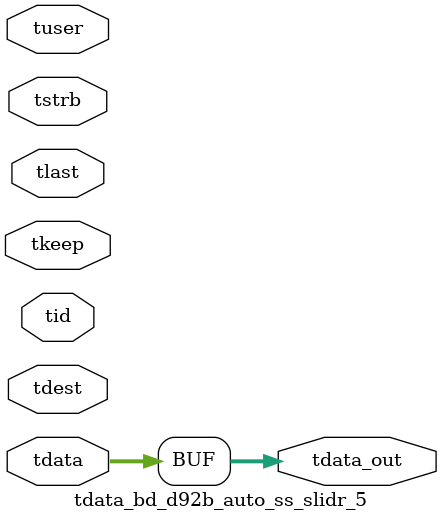
<source format=v>


`timescale 1ps/1ps

module tdata_bd_d92b_auto_ss_slidr_5 #
(
parameter C_S_AXIS_TDATA_WIDTH = 32,
parameter C_S_AXIS_TUSER_WIDTH = 0,
parameter C_S_AXIS_TID_WIDTH   = 0,
parameter C_S_AXIS_TDEST_WIDTH = 0,
parameter C_M_AXIS_TDATA_WIDTH = 32
)
(
input  [(C_S_AXIS_TDATA_WIDTH == 0 ? 1 : C_S_AXIS_TDATA_WIDTH)-1:0     ] tdata,
input  [(C_S_AXIS_TUSER_WIDTH == 0 ? 1 : C_S_AXIS_TUSER_WIDTH)-1:0     ] tuser,
input  [(C_S_AXIS_TID_WIDTH   == 0 ? 1 : C_S_AXIS_TID_WIDTH)-1:0       ] tid,
input  [(C_S_AXIS_TDEST_WIDTH == 0 ? 1 : C_S_AXIS_TDEST_WIDTH)-1:0     ] tdest,
input  [(C_S_AXIS_TDATA_WIDTH/8)-1:0 ] tkeep,
input  [(C_S_AXIS_TDATA_WIDTH/8)-1:0 ] tstrb,
input                                                                    tlast,
output [C_M_AXIS_TDATA_WIDTH-1:0] tdata_out
);

assign tdata_out = {tdata[63:0]};

endmodule


</source>
